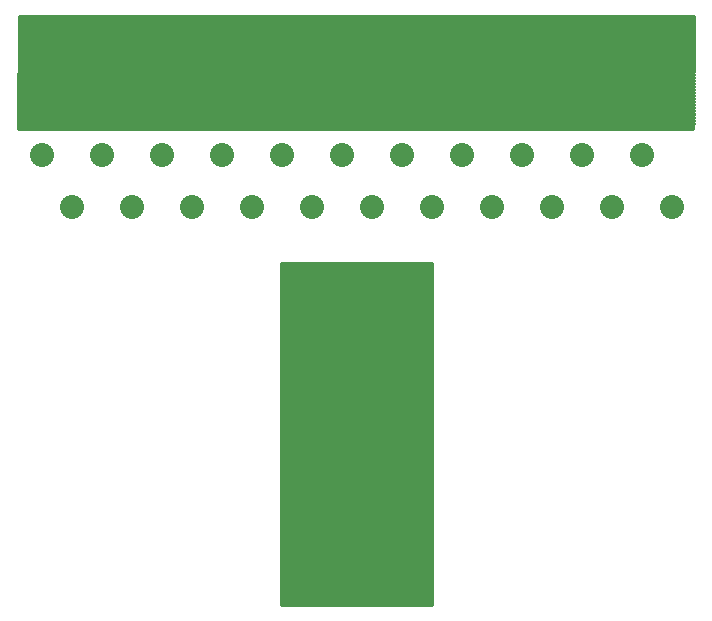
<source format=gts>
%FSTAX24Y24*%
%MOIN*%
%IN MASK1.gts *%
%ADD10C,0.0100*%
%ADD11C,0.0800*%
%ADD12R,0.0800X0.0800*%
D11*X011466Y016241D03*X015466D03*X007466D03*X021466D03*X003466D03*
X013466D03*D12*X010466Y002491D03*D11*X013466Y008491D03*Y010491D03*
Y007491D03*Y006491D03*Y005491D03*Y004491D03*Y003491D03*Y002491D03*
X010466Y010491D03*Y003491D03*Y004491D03*Y005491D03*Y011491D03*
X013466D03*X010466Y006491D03*Y007491D03*Y008491D03*Y009491D03*
X013466D03*X005466Y016241D03*X002466Y014491D03*X004466D03*X006466D03*
X008466D03*X010466D03*X020466D03*X012466D03*X019466Y016241D03*
X016466Y014491D03*X018466D03*X014466D03*X001466Y016241D03*X009466D03*
X022466Y014491D03*X017466Y016241D03*D10*X000692Y017103D02*
G01X023192D01*X000692Y017152D02*X023192D01*X000693Y017202D02*
X023192D01*X000693Y017251D02*X023193D01*X000693Y017301D02*X023193D01*
X000693Y01735D02*X023193D01*X000694Y0174D02*X023194D01*
X000694Y017449D02*X023194D01*X000694Y017499D02*X023194D01*
X000695Y017548D02*X023194D01*X000695Y017598D02*X023195D01*
X000695Y017647D02*X023195D01*X000696Y017697D02*X023195D01*
X000696Y017746D02*X023196D01*X000696Y017796D02*X023196D01*
X000697Y017845D02*X023196D01*X000697Y017895D02*X023197D01*
X000697Y017944D02*X023197D01*X000698Y017994D02*X023197D01*
X000698Y018043D02*X023197D01*X000698Y018093D02*X023198D01*
X000698Y018142D02*X023198D01*X000699Y018192D02*X023198D01*
X000699Y018242D02*X023199D01*X000699Y018291D02*X023199D01*
X0007Y018341D02*X023199D01*X0007Y01839D02*X023199D01*X0007Y01844D02*
X0232D01*X000701Y018489D02*X0232D01*X000701Y018539D02*X0232D01*
X000701Y018588D02*X023201D01*X000702Y018638D02*X023201D01*
X000702Y018687D02*X023201D01*X000702Y018737D02*X023201D01*
X000702Y018786D02*X023202D01*X000703Y018836D02*X023202D01*
X000703Y018885D02*X023202D01*X000703Y018935D02*X023203D01*
X000704Y018984D02*X023203D01*X000704Y019034D02*X023203D01*
X000704Y019083D02*X023204D01*X000705Y019133D02*X023204D01*
X000705Y019182D02*X023204D01*X000705Y019232D02*X023204D01*
X000706Y019281D02*X023205D01*X000706Y019331D02*X023205D01*
X000706Y019381D02*X023205D01*X000707Y01943D02*X023206D01*
X000707Y01948D02*X023206D01*X000707Y019529D02*X023206D01*
X000707Y019579D02*X023206D01*X000708Y019628D02*X023207D01*
X000708Y019678D02*X023207D01*X000708Y019727D02*X023207D01*
X000709Y019777D02*X023208D01*X000709Y019826D02*X023208D01*
X000709Y019876D02*X023208D01*X00071Y019925D02*X023208D01*
X00071Y019975D02*X023209D01*X00071Y020024D02*X023209D01*
X000711Y020074D02*X023209D01*X000711Y020123D02*X02321D01*
X000711Y020173D02*X02321D01*X000712Y020222D02*X02321D01*
X000712Y020272D02*X023211D01*X000712Y020321D02*X023211D01*
X000712Y020371D02*X023211D01*X000713Y02042D02*X023211D01*
X000713Y02047D02*X023212D01*X000713Y02052D02*X023212D01*
X000714Y020569D02*X023212D01*X000714Y020619D02*X023213D01*
X000714Y020668D02*X023213D01*X000715Y020718D02*X023213D01*
X000715Y020767D02*X023213D01*X000715Y020817D02*X023214D01*
X009439Y001241D02*X014489D01*X009439Y001291D02*X014489D01*
X009439Y001341D02*X014489D01*X009439Y001391D02*X014489D01*
X009439Y001441D02*X014489D01*X009439Y001491D02*X014489D01*
X009439Y001541D02*X014489D01*X009439Y00159D02*X014489D01*
X009439Y00164D02*X014489D01*X009439Y00169D02*X014489D01*
X009439Y00174D02*X014489D01*X009439Y00179D02*X014489D01*
X009439Y00184D02*X014489D01*X009439Y00189D02*X014489D01*
X009439Y00194D02*X014489D01*X009439Y00199D02*X014489D01*
X009439Y002039D02*X014489D01*X009439Y002089D02*X014489D01*
X009439Y002139D02*X014489D01*X009439Y002189D02*X014489D01*
X009439Y002239D02*X014489D01*X009439Y002289D02*X014489D01*
X009439Y002339D02*X014489D01*X009439Y002389D02*X014489D01*
X009439Y002439D02*X014489D01*X009439Y002488D02*X014489D01*
X009439Y002538D02*X014489D01*X009439Y002588D02*X014489D01*
X009439Y002638D02*X014489D01*X009439Y002688D02*X014489D01*
X009439Y002738D02*X014489D01*X009439Y002788D02*X014489D01*
X009439Y002838D02*X014489D01*X009439Y002888D02*X014489D01*
X009439Y002937D02*X014489D01*X009439Y002987D02*X014489D01*
X009439Y003037D02*X014489D01*X009439Y003087D02*X014489D01*
X009439Y003137D02*X014489D01*X009439Y003187D02*X014489D01*
X009439Y003237D02*X014489D01*X009439Y003287D02*X014489D01*
X009439Y003337D02*X014489D01*X009439Y003386D02*X014489D01*
X009439Y003436D02*X014489D01*X009439Y003486D02*X014489D01*
X009439Y003536D02*X014489D01*X009439Y003586D02*X014489D01*
X009439Y003636D02*X014489D01*X009439Y003686D02*X014489D01*
X009439Y003736D02*X014489D01*X009439Y003786D02*X014489D01*
X009439Y003835D02*X014489D01*X009439Y003885D02*X014489D01*
X009439Y003935D02*X014489D01*X009439Y003985D02*X014489D01*
X009439Y004035D02*X014489D01*X009439Y004085D02*X014489D01*
X009439Y004135D02*X014489D01*X009439Y004185D02*X014489D01*
X009439Y004235D02*X014489D01*X009439Y004284D02*X014489D01*
X009439Y004334D02*X014489D01*X009439Y004384D02*X014489D01*
X009439Y004434D02*X014489D01*X009439Y004484D02*X014489D01*
X009439Y004534D02*X014489D01*X009439Y004584D02*X014489D01*
X009439Y004634D02*X014489D01*X009439Y004684D02*X014489D01*
X009439Y004734D02*X014489D01*X009439Y004783D02*X014489D01*
X009439Y004833D02*X014489D01*X009439Y004883D02*X014489D01*
X009439Y004933D02*X014489D01*X009439Y004983D02*X014489D01*
X009439Y005033D02*X014489D01*X009439Y005083D02*X014489D01*
X009439Y005133D02*X014489D01*X009439Y005183D02*X014489D01*
X009439Y005232D02*X014489D01*X009439Y005282D02*X014489D01*
X009439Y005332D02*X014489D01*X009439Y005382D02*X014489D01*
X009439Y005432D02*X014489D01*X009439Y005482D02*X014489D01*
X009439Y005532D02*X014489D01*X009439Y005582D02*X014489D01*
X009439Y005632D02*X014489D01*X009439Y005681D02*X014489D01*
X009439Y005731D02*X014489D01*X009439Y005781D02*X014489D01*
X009439Y005831D02*X014489D01*X009439Y005881D02*X014489D01*
X009439Y005931D02*X014489D01*X009439Y005981D02*X014489D01*
X009439Y006031D02*X014489D01*X009439Y006081D02*X014489D01*
X009439Y00613D02*X014489D01*X009439Y00618D02*X014489D01*
X009439Y00623D02*X014489D01*X009439Y00628D02*X014489D01*
X009439Y00633D02*X014489D01*X009439Y00638D02*X014489D01*
X009439Y00643D02*X014489D01*X009439Y00648D02*X014489D01*
X009439Y00653D02*X014489D01*X009439Y006579D02*X014489D01*
X009439Y006629D02*X014489D01*X009439Y006679D02*X014489D01*
X009439Y006729D02*X014489D01*X009439Y006779D02*X014489D01*
X009439Y006829D02*X014489D01*X009439Y006879D02*X014489D01*
X009439Y006929D02*X014489D01*X009439Y006979D02*X014489D01*
X009439Y007028D02*X014489D01*X009439Y007078D02*X014489D01*
X009439Y007128D02*X014489D01*X009439Y007178D02*X014489D01*
X009439Y007228D02*X014489D01*X009439Y007278D02*X014489D01*
X009439Y007328D02*X014489D01*X009439Y007378D02*X014489D01*
X009439Y007428D02*X014489D01*X009439Y007477D02*X014489D01*
X009439Y007527D02*X014489D01*X009439Y007577D02*X014489D01*
X009439Y007627D02*X014489D01*X009439Y007677D02*X014489D01*
X009439Y007727D02*X014489D01*X009439Y007777D02*X014489D01*
X009439Y007827D02*X014489D01*X009439Y007877D02*X014489D01*
X009439Y007926D02*X014489D01*X009439Y007976D02*X014489D01*
X009439Y008026D02*X014489D01*X009439Y008076D02*X014489D01*
X009439Y008126D02*X014489D01*X009439Y008176D02*X014489D01*
X009439Y008226D02*X014489D01*X009439Y008276D02*X014489D01*
X009439Y008326D02*X014489D01*X009439Y008376D02*X014489D01*
X009439Y008425D02*X014489D01*X009439Y008475D02*X014489D01*
X009439Y008525D02*X014489D01*X009439Y008575D02*X014489D01*
X009439Y008625D02*X014489D01*X009439Y008675D02*X014489D01*
X009439Y008725D02*X014489D01*X009439Y008775D02*X014489D01*
X009439Y008825D02*X014489D01*X009439Y008874D02*X014489D01*
X009439Y008924D02*X014489D01*X009439Y008974D02*X014489D01*
X009439Y009024D02*X014489D01*X009439Y009074D02*X014489D01*
X009439Y009124D02*X014489D01*X009439Y009174D02*X014489D01*
X009439Y009224D02*X014489D01*X009439Y009274D02*X014489D01*
X009439Y009323D02*X014489D01*X009439Y009373D02*X014489D01*
X009439Y009423D02*X014489D01*X009439Y009473D02*X014489D01*
X009439Y009523D02*X014489D01*X009439Y009573D02*X014489D01*
X009439Y009623D02*X014489D01*X009439Y009673D02*X014489D01*
X009439Y009723D02*X014489D01*X009439Y009772D02*X014489D01*
X009439Y009822D02*X014489D01*X009439Y009872D02*X014489D01*
X009439Y009922D02*X014489D01*X009439Y009972D02*X014489D01*
X009439Y010022D02*X014489D01*X009439Y010072D02*X014489D01*
X009439Y010122D02*X014489D01*X009439Y010172D02*X014489D01*
X009439Y010221D02*X014489D01*X009439Y010271D02*X014489D01*
X009439Y010321D02*X014489D01*X009439Y010371D02*X014489D01*
X009439Y010421D02*X014489D01*X009439Y010471D02*X014489D01*
X009439Y010521D02*X014489D01*X009439Y010571D02*X014489D01*
X009439Y010621D02*X014489D01*X009439Y01067D02*X014489D01*
X009439Y01072D02*X014489D01*X009439Y01077D02*X014489D01*
X009439Y01082D02*X014489D01*X009439Y01087D02*X014489D01*
X009439Y01092D02*X014489D01*X009439Y01097D02*X014489D01*
X009439Y01102D02*X014489D01*X009439Y01107D02*X014489D01*
X009439Y011119D02*X014489D01*X009439Y011169D02*X014489D01*
X009439Y011219D02*X014489D01*X009439Y011269D02*X014489D01*
X009439Y011319D02*X014489D01*X009439Y011369D02*X014489D01*
X009439Y011419D02*X014489D01*X009439Y011469D02*X014489D01*
X009439Y011519D02*X014489D01*X009439Y011568D02*X014489D01*
X009439Y011618D02*X014489D01*X009439Y011668D02*X014489D01*
X009439Y011718D02*X014489D01*X009439Y011768D02*X014489D01*
X009439Y011818D02*X014489D01*X009439Y011868D02*X014489D01*
X009439Y011918D02*X014489D01*X009439Y011968D02*X014489D01*
X009439Y012018D02*X014489D01*X009439Y012067D02*X014489D01*
X009439Y012117D02*X014489D01*X009439Y012167D02*X014489D01*
X009439Y012217D02*X014489D01*X009439Y012267D02*X014489D01*
X009439Y012317D02*X014489D01*X009439Y012367D02*X014489D01*
X009439Y012417D02*X014489D01*X009439Y012467D02*X014489D01*
X009439Y012516D02*X014489D01*X009439Y012566D02*X014489D01*Y012616D02*
X009439D01*Y001241D01*X014489D01*Y012616D01*X023192Y017103D02*
X000692D01*X000716Y020866D01*X022939D01*X023214D01*X023192Y017103D01*
M02*
</source>
